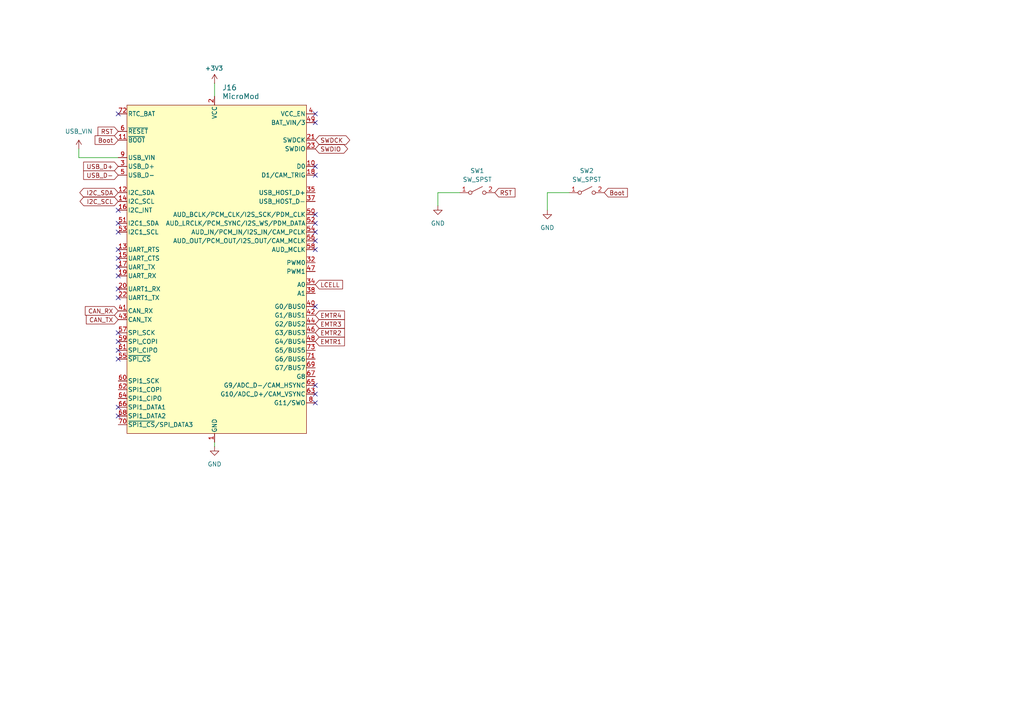
<source format=kicad_sch>
(kicad_sch (version 20250114) (generator "eeschema") (generator_version "9.0")
  (paper "A4")
  (lib_symbols
    (symbol "SJSU_common:MicroMod" (pin_names (offset 0.254))
      (property "Reference" "J" (at 16.256 12.7 0))
      (property "Value" "MicroMod" (at 16.51 10.16 0))
      (symbol "MicroMod_1_1"
        (rectangle (start -8.89 2.54) (end 43.18 -92.71) (fill (type background)))
        (pin power_in line (at -11.43 0 0) (length 2.54) (name "RTC_BAT") (number "72"))
        (pin open_collector line (at -11.43 -5.08 0) (length 2.54) (name "~{RESET}") (number "6"))
        (pin open_collector line (at -11.43 -7.62 0) (length 2.54) (name "~{BOOT}") (number "11"))
        (pin power_in line (at -11.43 -12.7 0) (length 2.54) (name "USB_VIN") (number "9"))
        (pin bidirectional line (at -11.43 -15.24 0) (length 2.54) (name "USB_D+") (number "3"))
        (pin bidirectional line (at -11.43 -17.78 0) (length 2.54) (name "USB_D-") (number "5"))
        (pin bidirectional line (at -11.43 -22.86 0) (length 2.54) (name "I2C_SDA") (number "12"))
        (pin bidirectional line (at -11.43 -25.4 0) (length 2.54) (name "I2C_SCL") (number "14"))
        (pin open_collector line (at -11.43 -27.94 0) (length 2.54) (name "I2C_INT") (number "16"))
        (pin bidirectional line (at -11.43 -31.75 0) (length 2.54) (name "I2C1_SDA") (number "51"))
        (pin bidirectional line (at -11.43 -34.29 0) (length 2.54) (name "I2C1_SCL") (number "53"))
        (pin output line (at -11.43 -39.37 0) (length 2.54) (name "UART_RTS") (number "13"))
        (pin input line (at -11.43 -41.91 0) (length 2.54) (name "UART_CTS") (number "15"))
        (pin output line (at -11.43 -44.45 0) (length 2.54) (name "UART_TX") (number "17"))
        (pin input line (at -11.43 -46.99 0) (length 2.54) (name "UART_RX") (number "19"))
        (pin input line (at -11.43 -50.8 0) (length 2.54) (name "UART1_RX") (number "20"))
        (pin output line (at -11.43 -53.34 0) (length 2.54) (name "UART1_TX") (number "22"))
        (pin input line (at -11.43 -57.15 0) (length 2.54) (name "CAN_RX") (number "41"))
        (pin output line (at -11.43 -59.69 0) (length 2.54) (name "CAN_TX") (number "43"))
        (pin output line (at -11.43 -63.5 0) (length 2.54) (name "SPI_SCK") (number "57"))
        (pin output line (at -11.43 -66.04 0) (length 2.54) (name "SPI_COPI") (number "59"))
        (pin output line (at -11.43 -68.58 0) (length 2.54) (name "SPI_CIPO") (number "61"))
        (pin output line (at -11.43 -71.12 0) (length 2.54) (name "~{SPI_CS}") (number "55"))
        (pin output line (at -11.43 -77.47 0) (length 2.54) (name "SPI1_SCK") (number "60"))
        (pin output line (at -11.43 -80.01 0) (length 2.54) (name "SPI1_COPI") (number "62"))
        (pin output line (at -11.43 -82.55 0) (length 2.54) (name "SPI1_CIPO") (number "64"))
        (pin output line (at -11.43 -85.09 0) (length 2.54) (name "SPI1_DATA1") (number "66"))
        (pin output line (at -11.43 -87.63 0) (length 2.54) (name "SPI1_DATA2") (number "68"))
        (pin bidirectional line (at -11.43 -90.17 0) (length 2.54) (name "~{SPI1_CS}/SPI_DATA3") (number "70"))
        (pin power_in line (at 16.51 5.08 270) (length 2.54) (name "VCC") (number "2"))
        (pin power_in line (at 16.51 5.08 270) (length 2.54) (hide yes) (name "VCC") (number "74"))
        (pin power_out line (at 16.51 -95.25 90) (length 2.54) (name "GND") (number "1"))
        (pin power_out line (at 16.51 -95.25 90) (length 2.54) (hide yes) (name "GND") (number "33"))
        (pin power_out line (at 16.51 -95.25 90) (length 2.54) (hide yes) (name "GND") (number "36"))
        (pin power_out line (at 16.51 -95.25 90) (length 2.54) (hide yes) (name "GND") (number "39"))
        (pin power_out line (at 16.51 -95.25 90) (length 2.54) (hide yes) (name "GND") (number "45"))
        (pin power_out line (at 16.51 -95.25 90) (length 2.54) (hide yes) (name "GND") (number "7"))
        (pin power_out line (at 16.51 -95.25 90) (length 2.54) (hide yes) (name "GND") (number "75"))
        (pin power_out line (at 16.51 -95.25 90) (length 2.54) (hide yes) (name "GND") (number "S1"))
        (pin power_out line (at 16.51 -95.25 90) (length 2.54) (hide yes) (name "GND") (number "S2"))
        (pin power_out line (at 16.51 -95.25 90) (length 2.54) (hide yes) (name "GND") (number "S3"))
        (pin output line (at 45.72 0 180) (length 2.54) (name "VCC_EN") (number "4"))
        (pin input line (at 45.72 -2.54 180) (length 2.54) (name "BAT_VIN/3") (number "49"))
        (pin input line (at 45.72 -7.62 180) (length 2.54) (name "SWDCK") (number "21"))
        (pin output line (at 45.72 -10.16 180) (length 2.54) (name "SWDIO") (number "23"))
        (pin bidirectional line (at 45.72 -15.24 180) (length 2.54) (name "D0") (number "10"))
        (pin bidirectional line (at 45.72 -17.78 180) (length 2.54) (name "D1/CAM_TRIG") (number "18"))
        (pin bidirectional line (at 45.72 -22.86 180) (length 2.54) (name "USB_HOST_D+") (number "35"))
        (pin bidirectional line (at 45.72 -25.4 180) (length 2.54) (name "USB_HOST_D-") (number "37"))
        (pin bidirectional line (at 45.72 -29.21 180) (length 2.54) (name "AUD_BCLK/PCM_CLK/I2S_SCK/PDM_CLK") (number "50"))
        (pin bidirectional line (at 45.72 -31.75 180) (length 2.54) (name "AUD_LRCLK/PCM_SYNC/I2S_WS/PDM_DATA") (number "52"))
        (pin input line (at 45.72 -34.29 180) (length 2.54) (name "AUD_IN/PCM_IN/I2S_IN/CAM_PCLK") (number "54"))
        (pin output line (at 45.72 -36.83 180) (length 2.54) (name "AUD_OUT/PCM_OUT/I2S_OUT/CAM_MCLK") (number "56"))
        (pin output line (at 45.72 -39.37 180) (length 2.54) (name "AUD_MCLK") (number "58"))
        (pin output line (at 45.72 -43.18 180) (length 2.54) (name "PWM0") (number "32"))
        (pin output line (at 45.72 -45.72 180) (length 2.54) (name "PWM1") (number "47"))
        (pin output line (at 45.72 -49.53 180) (length 2.54) (name "A0") (number "34"))
        (pin output line (at 45.72 -52.07 180) (length 2.54) (name "A1") (number "38"))
        (pin bidirectional line (at 45.72 -55.88 180) (length 2.54) (name "G0/BUS0") (number "40"))
        (pin bidirectional line (at 45.72 -58.42 180) (length 2.54) (name "G1/BUS1") (number "42"))
        (pin bidirectional line (at 45.72 -60.96 180) (length 2.54) (name "G2/BUS2") (number "44"))
        (pin bidirectional line (at 45.72 -63.5 180) (length 2.54) (name "G3/BUS3") (number "46"))
        (pin bidirectional line (at 45.72 -66.04 180) (length 2.54) (name "G4/BUS4") (number "48"))
        (pin bidirectional line (at 45.72 -68.58 180) (length 2.54) (name "G5/BUS5") (number "73"))
        (pin bidirectional line (at 45.72 -71.12 180) (length 2.54) (name "G6/BUS6") (number "71"))
        (pin bidirectional line (at 45.72 -73.66 180) (length 2.54) (name "G7/BUS7") (number "69"))
        (pin bidirectional line (at 45.72 -76.2 180) (length 2.54) (name "G8") (number "67"))
        (pin bidirectional line (at 45.72 -78.74 180) (length 2.54) (name "G9/ADC_D-/CAM_HSYNC") (number "65"))
        (pin bidirectional line (at 45.72 -81.28 180) (length 2.54) (name "G10/ADC_D+/CAM_VSYNC") (number "63"))
        (pin bidirectional line (at 45.72 -83.82 180) (length 2.54) (name "G11/SWO") (number "8"))
      )
      (symbol "MicroMod_1_2"
        (polyline (pts (xy 5.08 2.54) (xy 5.08 -86.36)) (stroke (width 0.127)))
        (polyline (pts (xy 5.08 -86.36) (xy 12.7 -86.36)) (stroke (width 0.127)))
        (polyline (pts (xy 7.62 0) (xy 5.08 0)) (stroke (width 0.127)))
        (polyline (pts (xy 7.62 0) (xy 8.89 0.8467)) (stroke (width 0.127)))
        (polyline (pts (xy 7.62 0) (xy 8.89 -0.8467)) (stroke (width 0.127)))
        (polyline (pts (xy 7.62 -2.54) (xy 5.08 -2.54)) (stroke (width 0.127)))
        (polyline (pts (xy 7.62 -2.54) (xy 8.89 -1.6933)) (stroke (width 0.127)))
        (polyline (pts (xy 7.62 -2.54) (xy 8.89 -3.3867)) (stroke (width 0.127)))
        (polyline (pts (xy 7.62 -5.08) (xy 5.08 -5.08)) (stroke (width 0.127)))
        (polyline (pts (xy 7.62 -5.08) (xy 8.89 -4.2333)) (stroke (width 0.127)))
        (polyline (pts (xy 7.62 -5.08) (xy 8.89 -5.9267)) (stroke (width 0.127)))
        (polyline (pts (xy 7.62 -7.62) (xy 5.08 -7.62)) (stroke (width 0.127)))
        (polyline (pts (xy 7.62 -7.62) (xy 8.89 -6.7733)) (stroke (width 0.127)))
        (polyline (pts (xy 7.62 -7.62) (xy 8.89 -8.4667)) (stroke (width 0.127)))
        (polyline (pts (xy 7.62 -10.16) (xy 5.08 -10.16)) (stroke (width 0.127)))
        (polyline (pts (xy 7.62 -10.16) (xy 8.89 -9.3133)) (stroke (width 0.127)))
        (polyline (pts (xy 7.62 -10.16) (xy 8.89 -11.0067)) (stroke (width 0.127)))
        (polyline (pts (xy 7.62 -12.7) (xy 5.08 -12.7)) (stroke (width 0.127)))
        (polyline (pts (xy 7.62 -12.7) (xy 8.89 -11.8533)) (stroke (width 0.127)))
        (polyline (pts (xy 7.62 -12.7) (xy 8.89 -13.5467)) (stroke (width 0.127)))
        (polyline (pts (xy 7.62 -15.24) (xy 5.08 -15.24)) (stroke (width 0.127)))
        (polyline (pts (xy 7.62 -15.24) (xy 8.89 -14.3933)) (stroke (width 0.127)))
        (polyline (pts (xy 7.62 -15.24) (xy 8.89 -16.0867)) (stroke (width 0.127)))
        (polyline (pts (xy 7.62 -17.78) (xy 5.08 -17.78)) (stroke (width 0.127)))
        (polyline (pts (xy 7.62 -17.78) (xy 8.89 -16.9333)) (stroke (width 0.127)))
        (polyline (pts (xy 7.62 -17.78) (xy 8.89 -18.6267)) (stroke (width 0.127)))
        (polyline (pts (xy 7.62 -20.32) (xy 5.08 -20.32)) (stroke (width 0.127)))
        (polyline (pts (xy 7.62 -20.32) (xy 8.89 -19.4733)) (stroke (width 0.127)))
        (polyline (pts (xy 7.62 -20.32) (xy 8.89 -21.1667)) (stroke (width 0.127)))
        (polyline (pts (xy 7.62 -22.86) (xy 5.08 -22.86)) (stroke (width 0.127)))
        (polyline (pts (xy 7.62 -22.86) (xy 8.89 -22.0133)) (stroke (width 0.127)))
        (polyline (pts (xy 7.62 -22.86) (xy 8.89 -23.7067)) (stroke (width 0.127)))
        (polyline (pts (xy 7.62 -25.4) (xy 5.08 -25.4)) (stroke (width 0.127)))
        (polyline (pts (xy 7.62 -25.4) (xy 8.89 -24.5533)) (stroke (width 0.127)))
        (polyline (pts (xy 7.62 -25.4) (xy 8.89 -26.2467)) (stroke (width 0.127)))
        (polyline (pts (xy 7.62 -27.94) (xy 5.08 -27.94)) (stroke (width 0.127)))
        (polyline (pts (xy 7.62 -27.94) (xy 8.89 -27.0933)) (stroke (width 0.127)))
        (polyline (pts (xy 7.62 -27.94) (xy 8.89 -28.7867)) (stroke (width 0.127)))
        (polyline (pts (xy 7.62 -30.48) (xy 5.08 -30.48)) (stroke (width 0.127)))
        (polyline (pts (xy 7.62 -30.48) (xy 8.89 -29.6333)) (stroke (width 0.127)))
        (polyline (pts (xy 7.62 -30.48) (xy 8.89 -31.3267)) (stroke (width 0.127)))
        (polyline (pts (xy 7.62 -33.02) (xy 5.08 -33.02)) (stroke (width 0.127)))
        (polyline (pts (xy 7.62 -33.02) (xy 8.89 -32.1733)) (stroke (width 0.127)))
        (polyline (pts (xy 7.62 -33.02) (xy 8.89 -33.8667)) (stroke (width 0.127)))
        (polyline (pts (xy 7.62 -35.56) (xy 5.08 -35.56)) (stroke (width 0.127)))
        (polyline (pts (xy 7.62 -35.56) (xy 8.89 -34.7133)) (stroke (width 0.127)))
        (polyline (pts (xy 7.62 -35.56) (xy 8.89 -36.4067)) (stroke (width 0.127)))
        (polyline (pts (xy 7.62 -38.1) (xy 5.08 -38.1)) (stroke (width 0.127)))
        (polyline (pts (xy 7.62 -38.1) (xy 8.89 -37.2533)) (stroke (width 0.127)))
        (polyline (pts (xy 7.62 -38.1) (xy 8.89 -38.9467)) (stroke (width 0.127)))
        (polyline (pts (xy 7.62 -40.64) (xy 5.08 -40.64)) (stroke (width 0.127)))
        (polyline (pts (xy 7.62 -40.64) (xy 8.89 -39.7933)) (stroke (width 0.127)))
        (polyline (pts (xy 7.62 -40.64) (xy 8.89 -41.4867)) (stroke (width 0.127)))
        (polyline (pts (xy 7.62 -43.18) (xy 5.08 -43.18)) (stroke (width 0.127)))
        (polyline (pts (xy 7.62 -43.18) (xy 8.89 -42.3333)) (stroke (width 0.127)))
        (polyline (pts (xy 7.62 -43.18) (xy 8.89 -44.0267)) (stroke (width 0.127)))
        (polyline (pts (xy 7.62 -45.72) (xy 5.08 -45.72)) (stroke (width 0.127)))
        (polyline (pts (xy 7.62 -45.72) (xy 8.89 -44.8733)) (stroke (width 0.127)))
        (polyline (pts (xy 7.62 -45.72) (xy 8.89 -46.5667)) (stroke (width 0.127)))
        (polyline (pts (xy 7.62 -48.26) (xy 5.08 -48.26)) (stroke (width 0.127)))
        (polyline (pts (xy 7.62 -48.26) (xy 8.89 -47.4133)) (stroke (width 0.127)))
        (polyline (pts (xy 7.62 -48.26) (xy 8.89 -49.1067)) (stroke (width 0.127)))
        (polyline (pts (xy 7.62 -50.8) (xy 5.08 -50.8)) (stroke (width 0.127)))
        (polyline (pts (xy 7.62 -50.8) (xy 8.89 -49.9533)) (stroke (width 0.127)))
        (polyline (pts (xy 7.62 -50.8) (xy 8.89 -51.6467)) (stroke (width 0.127)))
        (polyline (pts (xy 7.62 -53.34) (xy 5.08 -53.34)) (stroke (width 0.127)))
        (polyline (pts (xy 7.62 -53.34) (xy 8.89 -52.4933)) (stroke (width 0.127)))
        (polyline (pts (xy 7.62 -53.34) (xy 8.89 -54.1867)) (stroke (width 0.127)))
        (polyline (pts (xy 7.62 -55.88) (xy 5.08 -55.88)) (stroke (width 0.127)))
        (polyline (pts (xy 7.62 -55.88) (xy 8.89 -55.0333)) (stroke (width 0.127)))
        (polyline (pts (xy 7.62 -55.88) (xy 8.89 -56.7267)) (stroke (width 0.127)))
        (polyline (pts (xy 7.62 -58.42) (xy 5.08 -58.42)) (stroke (width 0.127)))
        (polyline (pts (xy 7.62 -58.42) (xy 8.89 -57.5733)) (stroke (width 0.127)))
        (polyline (pts (xy 7.62 -58.42) (xy 8.89 -59.2667)) (stroke (width 0.127)))
        (polyline (pts (xy 7.62 -60.96) (xy 5.08 -60.96)) (stroke (width 0.127)))
        (polyline (pts (xy 7.62 -60.96) (xy 8.89 -60.1133)) (stroke (width 0.127)))
        (polyline (pts (xy 7.62 -60.96) (xy 8.89 -61.8067)) (stroke (width 0.127)))
        (polyline (pts (xy 7.62 -63.5) (xy 5.08 -63.5)) (stroke (width 0.127)))
        (polyline (pts (xy 7.62 -63.5) (xy 8.89 -62.6533)) (stroke (width 0.127)))
        (polyline (pts (xy 7.62 -63.5) (xy 8.89 -64.3467)) (stroke (width 0.127)))
        (polyline (pts (xy 7.62 -66.04) (xy 5.08 -66.04)) (stroke (width 0.127)))
        (polyline (pts (xy 7.62 -66.04) (xy 8.89 -65.1933)) (stroke (width 0.127)))
        (polyline (pts (xy 7.62 -66.04) (xy 8.89 -66.8867)) (stroke (width 0.127)))
        (polyline (pts (xy 7.62 -68.58) (xy 5.08 -68.58)) (stroke (width 0.127)))
        (polyline (pts (xy 7.62 -68.58) (xy 8.89 -67.7333)) (stroke (width 0.127)))
        (polyline (pts (xy 7.62 -68.58) (xy 8.89 -69.4267)) (stroke (width 0.127)))
        (polyline (pts (xy 7.62 -71.12) (xy 5.08 -71.12)) (stroke (width 0.127)))
        (polyline (pts (xy 7.62 -71.12) (xy 8.89 -70.2733)) (stroke (width 0.127)))
        (polyline (pts (xy 7.62 -71.12) (xy 8.89 -71.9667)) (stroke (width 0.127)))
        (polyline (pts (xy 7.62 -73.66) (xy 5.08 -73.66)) (stroke (width 0.127)))
        (polyline (pts (xy 7.62 -73.66) (xy 8.89 -72.8133)) (stroke (width 0.127)))
        (polyline (pts (xy 7.62 -73.66) (xy 8.89 -74.5067)) (stroke (width 0.127)))
        (polyline (pts (xy 7.62 -76.2) (xy 5.08 -76.2)) (stroke (width 0.127)))
        (polyline (pts (xy 7.62 -76.2) (xy 8.89 -75.3533)) (stroke (width 0.127)))
        (polyline (pts (xy 7.62 -76.2) (xy 8.89 -77.0467)) (stroke (width 0.127)))
        (polyline (pts (xy 7.62 -78.74) (xy 5.08 -78.74)) (stroke (width 0.127)))
        (polyline (pts (xy 7.62 -78.74) (xy 8.89 -77.8933)) (stroke (width 0.127)))
        (polyline (pts (xy 7.62 -78.74) (xy 8.89 -79.5867)) (stroke (width 0.127)))
        (polyline (pts (xy 7.62 -81.28) (xy 5.08 -81.28)) (stroke (width 0.127)))
        (polyline (pts (xy 7.62 -81.28) (xy 8.89 -80.4333)) (stroke (width 0.127)))
        (polyline (pts (xy 7.62 -81.28) (xy 8.89 -82.1267)) (stroke (width 0.127)))
        (polyline (pts (xy 7.62 -83.82) (xy 5.08 -83.82)) (stroke (width 0.127)))
        (polyline (pts (xy 7.62 -83.82) (xy 8.89 -82.9733)) (stroke (width 0.127)))
        (polyline (pts (xy 7.62 -83.82) (xy 8.89 -84.6667)) (stroke (width 0.127)))
        (polyline (pts (xy 12.7 2.54) (xy 5.08 2.54)) (stroke (width 0.127)))
        (polyline (pts (xy 12.7 -86.36) (xy 12.7 2.54)) (stroke (width 0.127)))
      )
    )
    (symbol "Switch:SW_SPST" (pin_names (offset 0) (hide yes))
      (property "Reference" "SW" (at 0 3.175 0))
      (property "Value" "SW_SPST" (at 0 -2.54 0))
      (symbol "SW_SPST_0_0"
        (circle (center -2.032 0) (radius 0.508))
        (polyline (pts (xy -1.524 0.254) (xy 1.524 1.778)))
        (circle (center 2.032 0) (radius 0.508))
      )
      (symbol "SW_SPST_1_1"
        (pin passive line (at -5.08 0 0) (length 2.54) (name "A") (number "1"))
        (pin passive line (at 5.08 0 180) (length 2.54) (name "B") (number "2"))
      )
    )
    (symbol "power:+3.3V" (power) (pin_numbers (hide yes)) (pin_names (offset 0) (hide yes))
      (property "Value" "+3.3V" (at 0 3.556 0))
      (symbol "+3.3V_0_1"
        (polyline (pts (xy -0.762 1.27) (xy 0 2.54)))
        (polyline (pts (xy 0 2.54) (xy 0.762 1.27)))
        (polyline (pts (xy 0 0) (xy 0 2.54)))
      )
      (symbol "+3.3V_1_1"
        (pin power_in line (at 0 0 90) (length 0) (name "~") (number "1"))
      )
    )
    (symbol "power:GND" (power) (pin_numbers (hide yes)) (pin_names (offset 0) (hide yes))
      (property "Value" "GND" (at 0 -3.81 0))
      (symbol "GND_0_1"
        (polyline (pts (xy 0 0) (xy 0 -1.27) (xy 1.27 -1.27) (xy 0 -2.54) (xy -1.27 -1.27) (xy 0 -1.27)))
      )
      (symbol "GND_1_1"
        (pin power_in line (at 0 0 270) (length 0) (name "~") (number "1"))
      )
    )
    (symbol "power:VCC" (power) (pin_numbers (hide yes)) (pin_names (offset 0) (hide yes))
      (property "Value" "VCC" (at 0 3.556 0))
      (symbol "VCC_0_1"
        (polyline (pts (xy -0.762 1.27) (xy 0 2.54)))
        (polyline (pts (xy 0 2.54) (xy 0.762 1.27)))
        (polyline (pts (xy 0 0) (xy 0 2.54)))
      )
      (symbol "VCC_1_1"
        (pin power_in line (at 0 0 90) (length 0) (name "~") (number "1"))
      )
    )
  )
  (no_connect (at 34.29 120.65))
  (no_connect (at 91.44 67.31))
  (no_connect (at 34.29 60.96))
  (no_connect (at 91.44 111.76))
  (no_connect (at 91.44 33.02))
  (no_connect (at 91.44 50.8))
  (no_connect (at 34.29 101.6))
  (no_connect (at 91.44 114.3))
  (no_connect (at 91.44 69.85))
  (no_connect (at 34.29 83.82))
  (no_connect (at 34.29 104.14))
  (no_connect (at 91.44 35.56))
  (no_connect (at 91.44 72.39))
  (no_connect (at 34.29 74.93))
  (no_connect (at 34.29 118.11))
  (no_connect (at 34.29 77.47))
  (no_connect (at 91.44 48.26))
  (no_connect (at 91.44 64.77))
  (no_connect (at 34.29 96.52))
  (no_connect (at 34.29 67.31))
  (no_connect (at 91.44 62.23))
  (no_connect (at 34.29 72.39))
  (no_connect (at 34.29 64.77))
  (no_connect (at 91.44 116.84))
  (no_connect (at 34.29 33.02))
  (no_connect (at 34.29 86.36))
  (no_connect (at 91.44 88.9))
  (no_connect (at 34.29 80.01))
  (no_connect (at 34.29 99.06))
  (wire (pts (xy 133.35 55.88) (xy 127 55.88)))
  (wire (pts (xy 34.29 45.72) (xy 22.86 45.72)))
  (wire (pts (xy 22.86 45.72) (xy 22.86 43.18)))
  (wire (pts (xy 62.23 24.13) (xy 62.23 27.94)))
  (wire (pts (xy 62.23 129.54) (xy 62.23 128.27)))
  (wire (pts (xy 158.75 55.88) (xy 158.75 60.96)))
  (wire (pts (xy 165.1 55.88) (xy 158.75 55.88)))
  (wire (pts (xy 127 55.88) (xy 127 59.69)))
  (global_label "EMTR3" (shape input) (at 91.44 93.98 0) (property "Intersheetrefs" "${INTERSHEET_REFS}" (effects (hide yes))))
  (global_label "USB_D-" (shape input) (at 34.29 50.8 180) (property "Intersheetrefs" "${INTERSHEET_REFS}" (effects (hide yes))))
  (global_label "CAN_RX" (shape input) (at 34.29 90.17 180) (property "Intersheetrefs" "${INTERSHEET_REFS}" (effects (hide yes))))
  (global_label "I2C_SCL" (shape bidirectional) (at 34.29 58.42 180) (property "Intersheetrefs" "${INTERSHEET_REFS}" (effects (hide yes))))
  (global_label "I2C_SDA" (shape bidirectional) (at 34.29 55.88 180) (property "Intersheetrefs" "${INTERSHEET_REFS}" (effects (hide yes))))
  (global_label "LCELL" (shape input) (at 91.44 82.55 0) (property "Intersheetrefs" "${INTERSHEET_REFS}" (effects (hide yes))))
  (global_label "USB_D+" (shape input) (at 34.29 48.26 180) (property "Intersheetrefs" "${INTERSHEET_REFS}" (effects (hide yes))))
  (global_label "SWDCK" (shape bidirectional) (at 91.44 40.64 0) (property "Intersheetrefs" "${INTERSHEET_REFS}" (effects (hide yes))))
  (global_label "RST" (shape input) (at 34.29 38.1 180) (property "Intersheetrefs" "${INTERSHEET_REFS}" (effects (hide yes))))
  (global_label "EMTR1" (shape input) (at 91.44 99.06 0) (property "Intersheetrefs" "${INTERSHEET_REFS}" (effects (hide yes))))
  (global_label "EMTR2" (shape input) (at 91.44 96.52 0) (property "Intersheetrefs" "${INTERSHEET_REFS}" (effects (hide yes))))
  (global_label "SWDIO" (shape bidirectional) (at 91.44 43.18 0) (property "Intersheetrefs" "${INTERSHEET_REFS}" (effects (hide yes))))
  (global_label "RST" (shape input) (at 143.51 55.88 0) (property "Intersheetrefs" "${INTERSHEET_REFS}" (effects (hide yes))))
  (global_label "EMTR4" (shape input) (at 91.44 91.44 0) (property "Intersheetrefs" "${INTERSHEET_REFS}" (effects (hide yes))))
  (global_label "CAN_TX" (shape input) (at 34.29 92.71 180) (property "Intersheetrefs" "${INTERSHEET_REFS}" (effects (hide yes))))
  (global_label "Boot" (shape input) (at 34.29 40.64 180) (property "Intersheetrefs" "${INTERSHEET_REFS}" (effects (hide yes))))
  (global_label "Boot" (shape input) (at 175.26 55.88 0) (property "Intersheetrefs" "${INTERSHEET_REFS}" (effects (hide yes))))
  (symbol (lib_id "power:GND") (at 158.75 60.96 0) (unit 1)
    (property "Reference" "#PWR034" (effects (hide yes)))
    (property "Value" "GND" (at 158.75 66.04 0))
    (property "Description" "Power symbol creates a global label with name \"GND\" , ground" (effects (hide yes)))
  )
  (symbol (lib_id "power:VCC") (at 22.86 43.18 0) (unit 1)
    (property "Reference" "#PWR073" (effects (hide yes)))
    (property "Value" "USB_VIN" (at 22.86 38.1 0))
    (property "Description" "Power symbol creates a global label with name \"VCC\"" (effects (hide yes)))
  )
  (symbol (lib_id "power:GND") (at 62.23 129.54 0) (unit 1)
    (property "Reference" "#PWR031" (effects (hide yes)))
    (property "Value" "GND" (at 62.23 134.62 0))
    (property "Description" "Power symbol creates a global label with name \"GND\" , ground" (effects (hide yes)))
  )
  (symbol (lib_id "Switch:SW_SPST") (at 170.18 55.88 0) (unit 1)
    (property "Reference" "SW2" (at 170.18 49.53 0))
    (property "Value" "SW_SPST" (at 170.18 52.07 0))
    (property "Footprint" "Button_Switch_SMD:SW_SPST_CK_RS282G05A3" (effects (hide yes)))
    (property "Description" "Single Pole Single Throw (SPST) switch" (effects (hide yes)))
  )
  (symbol (lib_id "SJSU_common:MicroMod") (at 45.72 33.02 0) (unit 1)
    (property "Reference" "J16" (at 64.4241 25.4 0) (effects (font (size 1.524 1.524)) (justify left)))
    (property "Value" "MicroMod" (at 64.4241 27.94 0) (effects (font (size 1.524 1.524)) (justify left)))
    (property "Footprint" "SJSU_common:micromod" (effects (hide yes)))
    (property "Datasheet" "https://cdn.sparkfun.com/assets/learn_tutorials/1/2/0/6/SparkFun_MicroMod_Interface_v1.0_-_Pin_Descriptions.pdf" (effects (hide yes)))
    (property "Description" "A microprocessor board mount" (effects (hide yes)))
  )
  (symbol (lib_id "power:GND") (at 127 59.69 0) (unit 1)
    (property "Reference" "#PWR033" (effects (hide yes)))
    (property "Value" "GND" (at 127 64.77 0))
    (property "Description" "Power symbol creates a global label with name \"GND\" , ground" (effects (hide yes)))
  )
  (symbol (lib_id "Switch:SW_SPST") (at 138.43 55.88 0) (unit 1)
    (property "Reference" "SW1" (at 138.43 49.53 0))
    (property "Value" "SW_SPST" (at 138.43 52.07 0))
    (property "Footprint" "Button_Switch_SMD:SW_SPST_CK_RS282G05A3" (effects (hide yes)))
    (property "Description" "Single Pole Single Throw (SPST) switch" (effects (hide yes)))
  )
  (symbol (lib_id "power:+3.3V") (at 62.23 24.13 0) (unit 1)
    (property "Reference" "#PWR032" (effects (hide yes)))
    (property "Value" "+3V3" (at 59.436 19.812 0) (effects (justify left)))
    (property "Description" "Power symbol creates a global label with name \"+3.3V\"" (effects (hide yes)))
  )
)
</source>
